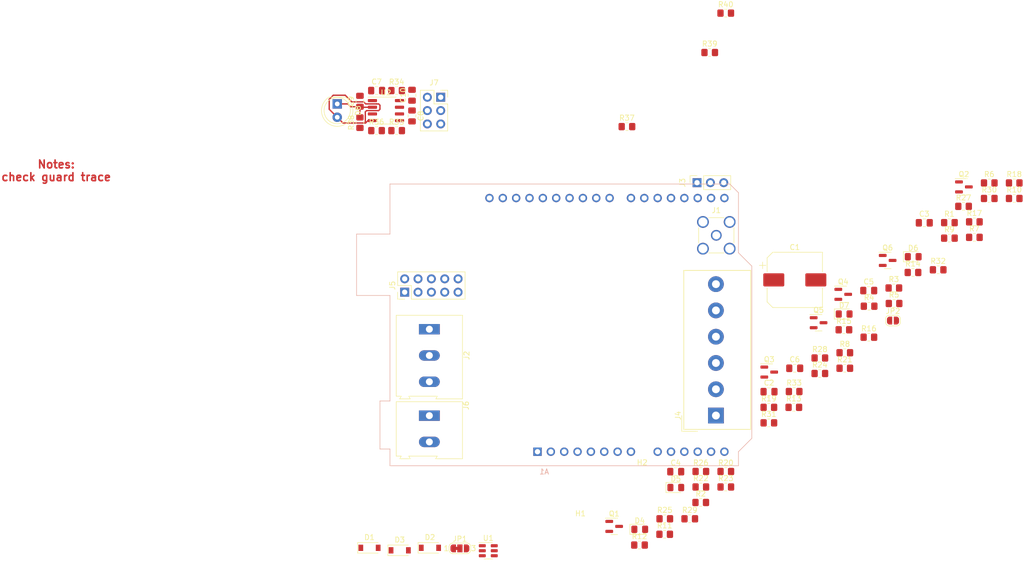
<source format=kicad_pcb>
(kicad_pcb (version 20211014) (generator pcbnew)
  (layers (0 "F.Cu" signal) (31 "B.Cu" signal) (34 "B.Paste" user) (35 "F.Paste" user) (36 "B.SilkS" user "B.Silkscreen") (37 "F.SilkS" user "F.Silkscreen") (38 "B.Mask" user) (39 "F.Mask" user) (44 "Edge.Cuts" user))
  (net 0 "")
  (net 4 "+3V3")
  (net 5 "+5V")
  (net 6 "GND")
  (net 8 "/D_VOUT")
  (net 9 "/D_MON_LV")
  (net 10 "/LED2")
  (net 11 "/LED1")
  (net 14 "/RX")
  (net 15 "/TX")
  (net 16 "/TRG")
  (net 17 "/ESTOP")
  (net 18 "/D_uC_EN")
  (net 20 "Net-(A1-Pad21)")
  (net 21 "/PULSE")
  (net 22 "/IO1")
  (net 23 "/IO2")
  (net 24 "/IO3")
  (net 25 "/IO4")
  (net 26 "/LED3")
  (net 27 "/LED4")
  (net 29 "/SCL")
  (net 30 "/SDA")
  (net 31 "Net-(C9-Pad2)")
  (net 32 "/D_uC_EN_HV")
  (net 33 "/D_EN")
  (net 34 "Net-(D4-Pad2)")
  (net 35 "Net-(D5-Pad2)")
  (net 36 "Net-(D6-Pad2)")
  (net 37 "Net-(D7-Pad2)")
  (net 38 "Net-(R2-Pad1)")
  (net 39 "Net-(J2-Pad2)")
  (net 40 "/HV_IO4")
  (net 41 "/HV_IO3")
  (net 42 "/HV_IO2")
  (net 43 "/HV_IO1")
  (net 45 "Net-(J5-Pad2)")
  (net 47 "/TRIG")
  (net 49 "/D_MON")
  (net 50 "/D_I_SET")
  (net 51 "/DAC_OUT")
  (net 52 "Net-(R35-Pad1)")
  (net 53 "Net-(R38-Pad1)")
  (net 54 "Net-(R39-Pad1)")
  (net 55 "Net-(U2-Pad6)")
  (net 56 "Net-(C7-Pad2)")
  (net 57 "/GUARDED")
  (footprint "Resistor_SMD:R_0805_2012Metric_Pad1.20x1.40mm_HandSolder" (layer "F.Cu") (at 208.2 105.25)
    (fp_text reference "R8" (at 0 -1.65) (layer "F.SilkS"))
    (fp_text value "10k")
    (pad "1" smd roundrect (at -1 0) (size 1.2 1.4) (layers "F.Cu" "F.Paste" "F.Mask") (roundrect_rratio 0.208333) (net 4 "+3V3"))
    (pad "2" smd roundrect (at 1 0) (size 1.2 1.4) (layers "F.Cu" "F.Paste" "F.Mask") (roundrect_rratio 0.208333) (net 29 "/SCL"))
  )
  (footprint "Resistor_SMD:R_0805_2012Metric_Pad1.20x1.40mm_HandSolder" (layer "F.Cu") (at 232.85 80.35)
    (fp_text reference "R17" (at 0 -1.65) (layer "F.SilkS"))
    (fp_text value "1k")
    (pad "1" smd roundrect (at -1 0) (size 1.2 1.4) (layers "F.Cu" "F.Paste" "F.Mask") (roundrect_rratio 0.208333) (net 37 "Net-(D7-Pad2)"))
    (pad "2" smd roundrect (at 1 0) (size 1.2 1.4) (layers "F.Cu" "F.Paste" "F.Mask") (roundrect_rratio 0.208333) (net 27 "/LED4"))
  )
  (footprint "LED_SMD:LED_0805_2012Metric_Pad1.15x1.40mm_HandSolder" (layer "F.Cu") (at 221.215 86.985)
    (fp_text reference "D6" (at 0 -1.65) (layer "F.SilkS"))
    (fp_text value "TRGR'D")
    (pad "1" smd roundrect (at -1.025 0) (size 1.15 1.4) (layers "F.Cu" "F.Paste" "F.Mask") (roundrect_rratio 0.217391) (net 6 "GND"))
    (pad "2" smd roundrect (at 1.025 0) (size 1.15 1.4) (layers "F.Cu" "F.Paste" "F.Mask") (roundrect_rratio 0.217391) (net 36 "Net-(D6-Pad2)"))
  )
  (footprint "Diode_SMD:D_SOD-123" (layer "F.Cu") (at 129.27 142.37)
    (fp_text reference "D2" (at 0 -2) (layer "F.SilkS"))
    (fp_text value "1N4148")
    (pad "1" smd rect (at -1.65 0) (size 0.9 1.2) (layers "F.Cu" "F.Paste" "F.Mask") (net 32 "/D_uC_EN_HV"))
    (pad "2" smd rect (at 1.65 0) (size 0.9 1.2) (layers "F.Cu" "F.Paste" "F.Mask") (net 33 "/D_EN"))
  )
  (footprint "Capacitor_SMD:C_0805_2012Metric_Pad1.18x1.45mm_HandSolder" (layer "F.Cu") (at 125.857 56.261 90)
    (fp_text reference "C10" (at 0 -1.68 90) (layer "F.SilkS"))
    (fp_text value "100n")
    (pad "1" smd roundrect (at -1.0375 0 90) (size 1.175 1.45) (layers "F.Cu" "F.Paste" "F.Mask") (roundrect_rratio 0.212766) (net 5 "+5V"))
    (pad "2" smd roundrect (at 1.0375 0 90) (size 1.175 1.45) (layers "F.Cu" "F.Paste" "F.Mask") (roundrect_rratio 0.212766) (net 6 "GND"))
  )
  (footprint "Capacitor_SMD:C_0805_2012Metric_Pad1.18x1.45mm_HandSolder" (layer "F.Cu") (at 115.951 57.409 90)
    (fp_text reference "C9" (at 0 -1.68 90) (layer "F.SilkS"))
    (fp_text value "10p")
    (pad "1" smd roundrect (at -1.0375 0 90) (size 1.175 1.45) (layers "F.Cu" "F.Paste" "F.Mask") (roundrect_rratio 0.212766) (net 57 "/GUARDED"))
    (pad "2" smd roundrect (at 1.0375 0 90) (size 1.175 1.45) (layers "F.Cu" "F.Paste" "F.Mask") (roundrect_rratio 0.212766) (net 31 "Net-(C9-Pad2)"))
  )
  (footprint "LED_SMD:LED_0805_2012Metric_Pad1.15x1.40mm_HandSolder" (layer "F.Cu") (at 169.185 138.845)
    (fp_text reference "D4" (at 0 -1.65) (layer "F.SilkS"))
    (fp_text value "OUT_EN")
    (pad "1" smd roundrect (at -1.025 0) (size 1.15 1.4) (layers "F.Cu" "F.Paste" "F.Mask") (roundrect_rratio 0.217391) (net 6 "GND"))
    (pad "2" smd roundrect (at 1.025 0) (size 1.15 1.4) (layers "F.Cu" "F.Paste" "F.Mask") (roundrect_rratio 0.217391) (net 34 "Net-(D4-Pad2)"))
  )
  (footprint "Resistor_SMD:R_0805_2012Metric_Pad1.20x1.40mm_HandSolder" (layer "F.Cu") (at 203.45 109.2)
    (fp_text reference "R24" (at 0 -1.65) (layer "F.SilkS"))
    (fp_text value "10k")
    (pad "1" smd roundrect (at -1 0) (size 1.2 1.4) (layers "F.Cu" "F.Paste" "F.Mask") (roundrect_rratio 0.208333) (net 5 "+5V"))
    (pad "2" smd roundrect (at 1 0) (size 1.2 1.4) (layers "F.Cu" "F.Paste" "F.Mask") (roundrect_rratio 0.208333) (net 41 "/HV_IO3"))
  )
  (footprint "Jumper:SolderJumper-3_P1.3mm_Bridged12_RoundedPad1.0x1.5mm_NumberLabels" (layer "F.Cu") (at 134.97 142.47)
    (fp_text reference "JP1" (at 0 -1.8) (layer "F.SilkS"))
    (fp_text value "HW E-STOP")
    (fp_text user "3" (at 2.6 0) (layer "F.SilkS"))
    (fp_text user "1" (at -2.6 0) (layer "F.SilkS"))
    (fp_poly (pts (xy -0.9 -0.3) (xy -0.4 -0.3) (xy -0.4 0.3) (xy -0.9 0.3)) (layer "F.Cu") (width 0) (fill solid))
    (pad "1" smd custom (at -1.3 0) (size 1 0.5) (layers "F.Cu" "F.Mask") (net 39 "Net-(J2-Pad2)") (options (clearance outline) (anchor rect)) (primitives (gr_poly (pts (xy 0.55 0.75) (xy 0 0.75) (xy 0 -0.75) (xy 0.55 -0.75)) (width 0) (fill yes)) (gr_circle (center 0 0.25) (end 0.5 0.25) (width 0) (fill yes)) (gr_circle (center 0 -0.25) (end 0.5 -0.25) (width 0) (fill yes))))
    (pad "2" smd rect (at 0 0) (size 1 1.5) (layers "F.Cu" "F.Mask") (net 33 "/D_EN"))
    (pad "3" smd custom (at 1.3 0) (size 1 0.5) (layers "F.Cu" "F.Mask") (net 32 "/D_uC_EN_HV") (options (clearance outline) (anchor rect)) (primitives (gr_circle (center 0 0.25) (end 0.5 0.25) (width 0) (fill yes)) (gr_circle (center 0 -0.25) (end 0.5 -0.25) (width 0) (fill yes)) (gr_poly (pts (xy 0 0.75) (xy -0.55 0.75) (xy -0.55 -0.75) (xy 0 -0.75)) (width 0) (fill yes))))
  )
  (footprint "Resistor_SMD:R_0805_2012Metric_Pad1.20x1.40mm_HandSolder" (layer "F.Cu") (at 208.2 108.2)
    (fp_text reference "R21" (at 0 -1.65) (layer "F.SilkS"))
    (fp_text value "10k")
    (pad "1" smd roundrect (at -1 0) (size 1.2 1.4) (layers "F.Cu" "F.Paste" "F.Mask") (roundrect_rratio 0.208333) (net 5 "+5V"))
    (pad "2" smd roundrect (at 1 0) (size 1.2 1.4) (layers "F.Cu" "F.Paste" "F.Mask") (roundrect_rratio 0.208333) (net 42 "/HV_IO2"))
  )
  (footprint "Resistor_SMD:R_0805_2012Metric_Pad1.20x1.40mm_HandSolder" (layer "F.Cu") (at 228.1 80.5)
    (fp_text reference "R1" (at 0 -1.65) (layer "F.SilkS"))
    (fp_text value "10k")
    (pad "1" smd roundrect (at -1 0) (size 1.2 1.4) (layers "F.Cu" "F.Paste" "F.Mask") (roundrect_rratio 0.208333) (net 5 "+5V"))
    (pad "2" smd roundrect (at 1 0) (size 1.2 1.4) (layers "F.Cu" "F.Paste" "F.Mask") (roundrect_rratio 0.208333) (net 39 "Net-(J2-Pad2)"))
  )
  (footprint "Resistor_SMD:R_0805_2012Metric_Pad1.20x1.40mm_HandSolder" (layer "F.Cu") (at 169.14 141.84)
    (fp_text reference "R12" (at 0 -1.65) (layer "F.SilkS"))
    (fp_text value "1k")
    (pad "1" smd roundrect (at -1 0) (size 1.2 1.4) (layers "F.Cu" "F.Paste" "F.Mask") (roundrect_rratio 0.208333) (net 50 "/D_I_SET"))
    (pad "2" smd roundrect (at 1 0) (size 1.2 1.4) (layers "F.Cu" "F.Paste" "F.Mask") (roundrect_rratio 0.208333) (net 51 "/DAC_OUT"))
  )
  (footprint "Resistor_SMD:R_0805_2012Metric_Pad1.20x1.40mm_HandSolder" (layer "F.Cu") (at 180.79 133.74)
    (fp_text reference "R2" (at 0 -1.65) (layer "F.SilkS"))
    (fp_text value "50")
    (pad "1" smd roundrect (at -1 0) (size 1.2 1.4) (layers "F.Cu" "F.Paste" "F.Mask") (roundrect_rratio 0.208333) (net 38 "Net-(R2-Pad1)"))
    (pad "2" smd roundrect (at 1 0) (size 1.2 1.4) (layers "F.Cu" "F.Paste" "F.Mask") (roundrect_rratio 0.208333) (net 6 "GND"))
  )
  (footprint "LED_SMD:LED_0805_2012Metric_Pad1.15x1.40mm_HandSolder" (layer "F.Cu") (at 208.075 97.885)
    (fp_text reference "D7" (at 0 -1.65) (layer "F.SilkS"))
    (fp_text value "LED")
    (pad "1" smd roundrect (at -1.025 0) (size 1.15 1.4) (layers "F.Cu" "F.Paste" "F.Mask") (roundrect_rratio 0.217391) (net 6 "GND"))
    (pad "2" smd roundrect (at 1.025 0) (size 1.15 1.4) (layers "F.Cu" "F.Paste" "F.Mask") (roundrect_rratio 0.217391) (net 37 "Net-(D7-Pad2)"))
  )
  (footprint "Resistor_SMD:R_0805_2012Metric_Pad1.20x1.40mm_HandSolder" (layer "F.Cu") (at 182.499 48.133)
    (fp_text reference "R39" (at 0 -1.65) (layer "F.SilkS"))
    (fp_text value "10k")
    (pad "1" smd roundrect (at -1 0) (size 1.2 1.4) (layers "F.Cu" "F.Paste" "F.Mask") (roundrect_rratio 0.208333) (net 54 "Net-(R39-Pad1)"))
    (pad "2" smd roundrect (at 1 0) (size 1.2 1.4) (layers "F.Cu" "F.Paste" "F.Mask") (roundrect_rratio 0.208333) (net 53 "Net-(R38-Pad1)"))
  )
  (footprint "Resistor_SMD:R_0805_2012Metric_Pad1.20x1.40mm_HandSolder" (layer "F.Cu") (at 221.17 89.98)
    (fp_text reference "R14" (at 0 -1.65) (layer "F.SilkS"))
    (fp_text value "1k")
    (pad "1" smd roundrect (at -1 0) (size 1.2 1.4) (layers "F.Cu" "F.Paste" "F.Mask") (roundrect_rratio 0.208333) (net 34 "Net-(D4-Pad2)"))
    (pad "2" smd roundrect (at 1 0) (size 1.2 1.4) (layers "F.Cu" "F.Paste" "F.Mask") (roundrect_rratio 0.208333) (net 11 "/LED1"))
  )
  (footprint "Resistor_SMD:R_0805_2012Metric_Pad1.20x1.40mm_HandSolder" (layer "F.Cu") (at 198.56 112.63)
    (fp_text reference "R33" (at 0 -1.65) (layer "F.SilkS"))
    (fp_text value "N.P.")
    (pad "1" smd roundrect (at -1 0) (size 1.2 1.4) (layers "F.Cu" "F.Paste" "F.Mask") (roundrect_rratio 0.208333) (net 5 "+5V"))
    (pad "2" smd roundrect (at 1 0) (size 1.2 1.4) (layers "F.Cu" "F.Paste" "F.Mask") (roundrect_rratio 0.208333) (net 45 "Net-(J5-Pad2)"))
  )
  (footprint "Connector_Coaxial:SMA_Amphenol_901-144_Vertical" (layer "F.Cu") (at 183.75 82.91)
    (fp_text reference "J1" (at 0 -4.75) (layer "F.SilkS"))
    (fp_text value "TRG")
    (pad "1" thru_hole circle (at 0 0) (size 2.05 2.05) (drill 1.5) (layers *.Cu *.Mask) (net 38 "Net-(R2-Pad1)"))
    (pad "2" thru_hole circle (at -2.54 -2.54) (size 2.25 2.25) (drill 1.7) (layers *.Cu *.Mask) (net 6 "GND"))
    (pad "2" thru_hole circle (at 2.54 -2.54) (size 2.25 2.25) (drill 1.7) (layers *.Cu *.Mask) (net 6 "GND"))
    (pad "2" thru_hole circle (at -2.54 2.54) (size 2.25 2.25) (drill 1.7) (layers *.Cu *.Mask) (net 6 "GND"))
    (pad "2" thru_hole circle (at 2.54 2.54) (size 2.25 2.25) (drill 1.7) (layers *.Cu *.Mask) (net 6 "GND"))
  )
  (footprint "Connector_PinHeader_2.54mm:PinHeader_2x05_P2.54mm_Vertical" (layer "F.Cu") (at 124.465 93.731 90)
    (fp_text reference "J5" (at 1.27 -2.33 90) (layer "F.SilkS"))
    (fp_text value "LDP-C BOB")
    (pad "1" thru_hole rect (at 0 0 90) (size 1.7 1.7) (drill 1) (layers *.Cu *.Mask))
    (pad "2" thru_hole oval (at 2.54 0 90) (size 1.7 1.7) (drill 1) (layers *.Cu *.Mask) (net 45 "Net-(J5-Pad2)"))
    (pad "3" thru_hole oval (at 0 2.54 90) (size 1.7 1.7) (drill 1) (layers *.Cu *.Mask) (net 6 "GND"))
    (pad "4" thru_hole oval (at 2.54 2.54 90) (size 1.7 1.7) (drill 1) (layers *.Cu *.Mask))
    (pad "5" thru_hole oval (at 0 5.08 90) (size 1.7 1.7) (drill 1) (layers *.Cu *.Mask) (net 6 "GND"))
    (pad "6" thru_hole oval (at 2.54 5.08 90) (size 1.7 1.7) (drill 1) (layers *.Cu *.Mask) (net 47 "/TRIG"))
    (pad "7" thru_hole oval (at 0 7.62 90) (size 1.7 1.7) (drill 1) (layers *.Cu *.Mask) (net 33 "/D_EN"))
    (pad "8" thru_hole oval (at 2.54 7.62 90) (size 1.7 1.7) (drill 1) (layers *.Cu *.Mask))
    (pad "9" thru_hole oval (at 0 10.16 90) (size 1.7 1.7) (drill 1) (layers *.Cu *.Mask) (net 49 "/D_MON"))
    (pad "10" thru_hole oval (at 2.54 10.16 90) (size 1.7 1.7) (drill 1) (layers *.Cu *.Mask) (net 50 "/D_I_SET"))
  )
  (footprint "LED_THT:LED_D5.0mm_IRGrey" (layer "F.Cu") (at 111.633 57.912 -90)
    (fp_text reference "D8" (at 1.27 -3.96 90) (layer "F.SilkS"))
    (fp_text value "SFH 213")
    (pad "1" thru_hole rect (at 0 0 270) (size 1.8 1.8) (drill 0.9) (layers *.Cu *.Mask) (net 57 "/GUARDED"))
    (pad "2" thru_hole circle (at 2.54 0 270) (size 1.8 1.8) (drill 0.9) (layers *.Cu *.Mask) (net 6 "GND"))
  )
  (footprint "Resistor_SMD:R_0805_2012Metric_Pad1.20x1.40mm_HandSolder" (layer "F.Cu") (at 235.68 75.9)
    (fp_text reference "R30" (at 0 -1.65) (layer "F.SilkS"))
    (fp_text value "10k")
    (pad "1" smd roundrect (at -1 0) (size 1.2 1.4) (layers "F.Cu" "F.Paste" "F.Mask") (roundrect_rratio 0.208333) (net 5 "+5V"))
    (pad "2" smd roundrect (at 1 0) (size 1.2 1.4) (layers "F.Cu" "F.Paste" "F.Mask") (roundrect_rratio 0.208333) (net 47 "/TRIG"))
  )
  (footprint "Resistor_SMD:R_0805_2012Metric_Pad1.20x1.40mm_HandSolder" (layer "F.Cu") (at 173.95 136.84)
    (fp_text reference "R25" (at 0 -1.65) (layer "F.SilkS"))
    (fp_text value "10k")
    (pad "1" smd roundrect (at -1 0) (size 1.2 1.4) (layers "F.Cu" "F.Paste" "F.Mask") (roundrect_rratio 0.208333) (net 4 "+3V3"))
    (pad "2" smd roundrect (at 1 0) (size 1.2 1.4) (layers "F.Cu" "F.Paste" "F.Mask") (roundrect_rratio 0.208333) (net 24 "/IO3"))
  )
  (footprint "Resistor_SMD:R_0805_2012Metric_Pad1.20x1.40mm_HandSolder" (layer "F.Cu") (at 198.5 115.64)
    (fp_text reference "R13" (at 0 -1.65) (layer "F.SilkS"))
    (fp_text value "1k")
    (pad "1" smd roundrect (at -1 0) (size 1.2 1.4) (layers "F.Cu" "F.Paste" "F.Mask") (roundrect_rratio 0.208333) (net 6 "GND"))
    (pad "2" smd roundrect (at 1 0) (size 1.2 1.4) (layers "F.Cu" "F.Paste" "F.Mask") (roundrect_rratio 0.208333) (net 50 "/D_I_SET"))
  )
  (footprint "Diode_SMD:D_SOD-123" (layer "F.Cu") (at 123.52 142.84)
    (fp_text reference "D3" (at 0 -2) (layer "F.SilkS"))
    (fp_text value "1N4148")
    (pad "1" smd rect (at -1.65 0) (size 0.9 1.2) (layers "F.Cu" "F.Paste" "F.Mask") (net 4 "+3V3"))
    (pad "2" smd rect (at 1.65 0) (size 0.9 1.2) (layers "F.Cu" "F.Paste" "F.Mask") (net 17 "/ESTOP"))
  )
  (footprint "TerminalBlock:TerminalBlock_Altech_AK300-3_P5.00mm" (layer "F.Cu") (at 129.159 100.775 -90)
    (fp_text reference "J2" (at 5 -7.1 90) (layer "F.SilkS"))
    (fp_text value "E-STOP")
    (pad "1" thru_hole rect (at 0 0 270) (size 1.98 3.96) (drill 1.32) (layers *.Cu *.Mask) (net 6 "GND"))
    (pad "2" thru_hole oval (at 5 0 270) (size 1.98 3.96) (drill 1.32) (layers *.Cu *.Mask) (net 39 "Net-(J2-Pad2)"))
    (pad "3" thru_hole oval (at 10 0 270) (size 1.98 3.96) (drill 1.32) (layers *.Cu *.Mask) (net 5 "+5V"))
  )
  (footprint "MountingHole:MountingHole_3.2mm_M3" (layer "F.Cu") (at 157.9 140.04)
    (fp_text reference "H1" (at 0 -4.2) (layer "F.SilkS"))
    (fp_text value "MountingHole")
    (pad "" np_thru_hole circle (at 0 0) (size 3.2 3.2) (drill 3.2) (layers *.Cu *.Mask))
  )
  (footprint "Resistor_SMD:R_0805_2012Metric_Pad1.20x1.40mm_HandSolder" (layer "F.Cu") (at 212.82 96.4)
    (fp_text reference "R4" (at 0 -1.65) (layer "F.SilkS"))
    (fp_text value "1k")
    (pad "1" smd roundrect (at -1 0) (size 1.2 1.4) (layers "F.Cu" "F.Paste" "F.Mask") (roundrect_rratio 0.208333) (net 39 "Net-(J2-Pad2)"))
    (pad "2" smd roundrect (at 1 0) (size 1.2 1.4) (layers "F.Cu" "F.Paste" "F.Mask") (roundrect_rratio 0.208333) (net 17 "/ESTOP"))
  )
  (footprint "Package_TO_SOT_SMD:SOT-23" (layer "F.Cu") (at 230.86 73.7)
    (fp_text reference "Q2" (at 0 -2.4) (layer "F.SilkS"))
    (fp_text value "BSS138")
    (pad "1" smd roundrect (at -0.9375 -0.95) (size 1.475 0.6) (layers "F.Cu" "F.Paste" "F.Mask") (net 4 "+3V3"))
    (pad "2" smd roundrect (at -0.9375 0.95) (size 1.475 0.6) (layers "F.Cu" "F.Paste" "F.Mask") (net 22 "/IO1"))
    (pad "3" smd roundrect (at 0.9375 0) (size 1.475 0.6) (layers "F.Cu" "F.Paste" "F.Mask") (net 43 "/HV_IO1"))
  )
  (footprint "Resistor_SMD:R_0805_2012Metric_Pad1.20x1.40mm_HandSolder" (layer "F.Cu") (at 119.11 62.992)
    (fp_text reference "R36" (at 0 -1.65) (layer "F.SilkS"))
    (fp_text value "100")
    (pad "1" smd roundrect (at -1 0) (size 1.2 1.4) (layers "F.Cu" "F.Paste" "F.Mask") (roundrect_rratio 0.208333) (net 56 "Net-(C7-Pad2)"))
    (pad "2" smd roundrect (at 1 0) (size 1.2 1.4) (layers "F.Cu" "F.Paste" "F.Mask") (roundrect_rratio 0.208333) (net 52 "Net-(R35-Pad1)"))
  )
  (footprint "Resistor_SMD:R_0805_2012Metric_Pad1.20x1.40mm_HandSolder" (layer "F.Cu") (at 178.7 136.84)
    (fp_text reference "R29" (at 0 -1.65) (layer "F.SilkS"))
    (fp_text value "N.P.")
    (pad "1" smd roundrect (at -1 0) (size 1.2 1.4) (layers "F.Cu" "F.Paste" "F.Mask") (roundrect_rratio 0.208333) (net 40 "/HV_IO4"))
    (pad "2" smd roundrect (at 1 0) (size 1.2 1.4) (layers "F.Cu" "F.Paste" "F.Mask") (roundrect_rratio 0.208333) (net 25 "/IO4"))
  )
  (footprint "Resistor_SMD:R_0805_2012Metric_Pad1.20x1.40mm_HandSolder" (layer "F.Cu") (at 115.951 61.473 90)
    (fp_text reference "R38" (at 0 -1.65 90) (layer "F.SilkS"))
    (fp_text value "10k")
    (pad "1" smd roundrect (at -1 0 90) (size 1.2 1.4) (layers "F.Cu" "F.Paste" "F.Mask") (roundrect_rratio 0.208333) (net 53 "Net-(R38-Pad1)"))
    (pad "2" smd roundrect (at 1 0 90) (size 1.2 1.4) (layers "F.Cu" "F.Paste" "F.Mask") (roundrect_rratio 0.208333) (net 57 "/GUARDED"))
  )
  (footprint "Resistor_SMD:R_0805_2012Metric_Pad1.20x1.40mm_HandSolder" (layer "F.Cu") (at 240.43 72.95)
    (fp_text reference "R18" (at 0 -1.65) (layer "F.SilkS"))
    (fp_text value "10k")
    (pad "1" smd roundrect (at -1 0) (size 1.2 1.4) (layers "F.Cu" "F.Paste" "F.Mask") (roundrect_rratio 0.208333) (net 5 "+5V"))
    (pad "2" smd roundrect (at 1 0) (size 1.2 1.4) (layers "F.Cu" "F.Paste" "F.Mask") (roundrect_rratio 0.208333) (net 43 "/HV_IO1"))
  )
  (footprint "Resistor_SMD:R_0805_2012Metric_Pad1.20x1.40mm_HandSolder" (layer "F.Cu") (at 173.93 139.79)
    (fp_text reference "R11" (at 0 -1.65) (layer "F.SilkS"))
    (fp_text value "10k")
    (pad "1" smd roundrect (at -1 0) (size 1.2 1.4) (layers "F.Cu" "F.Paste" "F.Mask") (roundrect_rratio 0.208333) (net 9 "/D_MON_LV"))
    (pad "2" smd roundrect (at 1 0) (size 1.2 1.4) (layers "F.Cu" "F.Paste" "F.Mask") (roundrect_rratio 0.208333) (net 6 "GND"))
  )
  (footprint "Resistor_SMD:R_0805_2012Metric_Pad1.20x1.40mm_HandSolder" (layer "F.Cu") (at 217.53 92.93)
    (fp_text reference "R3" (at 0 -1.65) (layer "F.SilkS"))
    (fp_text value "1k")
    (pad "1" smd roundrect (at -1 0) (size 1.2 1.4) (layers "F.Cu" "F.Paste" "F.Mask") (roundrect_rratio 0.208333) (net 38 "Net-(R2-Pad1)"))
    (pad "2" smd roundrect (at 1 0) (size 1.2 1.4) (layers "F.Cu" "F.Paste" "F.Mask") (roundrect_rratio 0.208333) (net 16 "/TRG"))
  )
  (footprint "Resistor_SMD:R_0805_2012Metric_Pad1.20x1.40mm_HandSolder" (layer "F.Cu") (at 122.936 55.372)
    (fp_text reference "R34" (at 0 -1.65) (layer "F.SilkS"))
    (fp_text value "10k")
    (pad "1" smd roundrect (at -1 0) (size 1.2 1.4) (layers "F.Cu" "F.Paste" "F.Mask") (roundrect_rratio 0.208333) (net 56 "Net-(C7-Pad2)"))
    (pad "2" smd roundrect (at 1 0) (size 1.2 1.4) (layers "F.Cu" "F.Paste" "F.Mask") (roundrect_rratio 0.208333) (net 5 "+5V"))
  )
  (footprint "Resistor_SMD:R_0805_2012Metric_Pad1.20x1.40mm_HandSolder" (layer "F.Cu") (at 193.75 118.59)
    (fp_text reference "R31" (at 0 -1.65) (layer "F.SilkS"))
    (fp_text value "10k")
    (pad "1" smd roundrect (at -1 0) (size 1.2 1.4) (layers "F.Cu" "F.Paste" "F.Mask") (roundrect_rratio 0.208333) (net 4 "+3V3"))
    (pad "2" smd roundrect (at 1 0) (size 1.2 1.4) (layers "F.Cu" "F.Paste" "F.Mask") (roundrect_rratio 0.208333) (net 21 "/PULSE"))
  )
  (footprint "Resistor_SMD:R_0805_2012Metric_Pad1.20x1.40mm_HandSolder" (layer "F.Cu") (at 232.85 83.3)
    (fp_text reference "R7" (at 0 -1.65) (layer "F.SilkS"))
    (fp_text value "10k")
    (pad "1" smd roundrect (at -1 0) (size 1.2 1.4) (layers "F.Cu" "F.Paste" "F.Mask") (roundrect_rratio 0.208333) (net 4 "+3V3"))
    (pad "2" smd roundrect (at 1 0) (size 1.2 1.4) (layers "F.Cu" "F.Paste" "F.Mask") (roundrect_rratio 0.208333) (net 18 "/D_uC_EN"))
  )
  (footprint "Package_TO_SOT_SMD:SOT-23" (layer "F.Cu") (at 193.82 108.93)
    (fp_text reference "Q3" (at 0 -2.4) (layer "F.SilkS"))
    (fp_text value "BSS138")
    (pad "1" smd roundrect (at -0.9375 -0.95) (size 1.475 0.6) (layers "F.Cu" "F.Paste" "F.Mask") (net 4 "+3V3"))
    (pad "2" smd roundrect (at -0.9375 0.95) (size 1.475 0.6) (layers "F.Cu" "F.Paste" "F.Mask") (net 23 "/IO2"))
    (pad "3" smd roundrect (at 0.9375 0) (size 1.475 0.6) (layers "F.Cu" "F.Paste" "F.Mask") (net 42 "/HV_IO2"))
  )
  (footprint "Package_TO_SOT_SMD:SOT-23" (layer "F.Cu") (at 216.35 87.69)
    (fp_text reference "Q6" (at 0 -2.4) (layer "F.SilkS"))
    (fp_text value "BSS138")
    (pad "1" smd roundrect (at -0.9375 -0.95) (size 1.475 0.6) (layers "F.Cu" "F.Paste" "F.Mask") (net 4 "+3V3"))
    (pad "2" smd roundrect (at -0.9375 0.95) (size 1.475 0.6) (layers "F.Cu" "F.Paste" "F.Mask") (net 21 "/PULSE"))
    (pad "3" smd roundrect (at 0.9375 0) (size 1.475 0.6) (layers "F.Cu" "F.Paste" "F.Mask") (net 47 "/TRIG"))
  )
  (footprint "Resistor_SMD:R_0805_2012Metric_Pad1.20x1.40mm_HandSolder" (layer "F.Cu") (at 212.78 102.3)
    (fp_text reference "R16" (at 0 -1.65) (layer "F.SilkS"))
    (fp_text value "1k")
    (pad "1" smd roundrect (at -1 0) (size 1.2 1.4) (layers "F.Cu" "F.Paste" "F.Mask") (roundrect_rratio 0.208333) (net 36 "Net-(D6-Pad2)"))
    (pad "2" smd roundrect (at 1 0) (size 1.2 1.4) (layers "F.Cu" "F.Paste" "F.Mask") (roundrect_rratio 0.208333) (net 26 "/LED3"))
  )
  (footprint "Capacitor_SMD:C_0805_2012Metric_Pad1.18x1.45mm_HandSolder" (layer "F.Cu") (at 198.67 108.21)
    (fp_text reference "C6" (at 0 -1.68) (layer "F.SilkS"))
    (fp_text value "100n")
    (pad "1" smd roundrect (at -1.0375 0) (size 1.175 1.45) (layers "F.Cu" "F.Paste" "F.Mask") (roundrect_rratio 0.212766) (net 4 "+3V3"))
    (pad "2" smd roundrect (at 1.0375 0) (size 1.175 1.45) (layers "F.Cu" "F.Paste" "F.Mask") (roundrect_rratio 0.212766) (net 6 "GND"))
  )
  (footprint "Resistor_SMD:R_0805_2012Metric_Pad1.20x1.40mm_HandSolder" (layer "F.Cu") (at 193.75 115.64)
    (fp_text reference "R19" (at 0 -1.65) (layer "F.SilkS"))
    (fp_text value "10k")
    (pad "1" smd roundrect (at -1 0) (size 1.2 1.4) (layers "F.Cu" "F.Paste" "F.Mask") (roundrect_rratio 0.208333) (net 4 "+3V3"))
    (pad "2" smd roundrect (at 1 0) (size 1.2 1.4) (layers "F.Cu" "F.Paste" "F.Mask") (roundrect_rratio 0.208333) (net 22 "/IO1"))
  )
  (footprint "Resistor_SMD:R_0805_2012Metric_Pad1.20x1.40mm_HandSolder" (layer "F.Cu") (at 185.56 127.84)
    (fp_text reference "R20" (at 0 -1.65) (layer "F.SilkS"))
    (fp_text value "N.P.")
    (pad "1" smd roundrect (at -1 0) (size 1.2 1.4) (layers "F.Cu" "F.Paste" "F.Mask") (roundrect_rratio 0.208333) (net 43 "/HV_IO1"))
    (pad "2" smd roundrect (at 1 0) (size 1.2 1.4) (layers "F.Cu" "F.Paste" "F.Mask") (roundrect_rratio 0.208333) (net 22 "/IO1"))
  )
  (footprint "Package_TO_SOT_SMD:SOT-23" (layer "F.Cu") (at 164.32 138.29)
    (fp_text reference "Q1" (at 0 -2.4) (layer "F.SilkS"))
    (fp_text value "BSS138")
    (pad "1" smd roundrect (at -0.9375 -0.95) (size 1.475 0.6) (layers "F.Cu" "F.Paste" "F.Mask") (net 4 "+3V3"))
    (pad "2" smd roundrect (at -0.9375 0.95) (size 1.475 0.6) (layers "F.Cu" "F.Paste" "F.Mask") (net 18 "/D_uC_EN"))
    (pad "3" smd roundrect (at 0.9375 0) (size 1.475 0.6) (layers "F.Cu" "F.Paste" "F.Mask") (net 32 "/D_uC_EN_HV"))
  )
  (footprint "Resistor_SMD:R_0805_2012Metric_Pad1.20x1.40mm_HandSolder" (layer "F.Cu") (at 166.751 62.23)
    (fp_text reference "R37" (at 0 -1.65) (layer "F.SilkS"))
    (fp_text value "50")
    (pad "1" smd roundrect (at -1 0) (size 1.2 1.4) (layers "F.Cu" "F.Paste" "F.Mask") (roundrect_rratio 0.208333) (net 8 "/D_VOUT"))
    (pad "2" smd roundrect (at 1 0) (size 1.2 1.4) (layers "F.Cu" "F.Paste" "F.Mask") (roundrect_rratio 0.208333) (net 31 "Net-(C9-Pad2)"))
  )
  (footprint "Resistor_SMD:R_0805_2012Metric_Pad1.20x1.40mm_HandSolder" (layer "F.Cu") (at 185.547 40.64)
    (fp_text reference "R40" (at 0 -1.65) (layer "F.SilkS"))
    (fp_text value "10k")
    (pad "1" smd roundrect (at -1 0) (size 1.2 1.4) (layers "F.Cu" "F.Paste" "F.Mask") (roundrect_rratio 0.208333) (net 31 "Net-(C9-Pad2)"))
    (pad "2" smd roundrect (at 1 0) (size 1.2 1.4) (layers "F.Cu" "F.Paste" "F.Mask") (roundrect_rratio 0.208333) (net 54 "Net-(R39-Pad1)"))
  )
  (footprint "Resistor_SMD:R_0805_2012Metric_Pad1.20x1.40mm_HandSolder" (layer "F.Cu") (at 235.68 72.95)
    (fp_text reference "R6" (at 0 -1.65) (layer "F.SilkS"))
    (fp_text value "N.P.")
    (pad "1" smd roundrect (at -1 0) (size 1.2 1.4) (layers "F.Cu" "F.Paste" "F.Mask") (roundrect_rratio 0.208333) (net 32 "/D_uC_EN_HV"))
    (pad "2" smd roundrect (at 1 0) (size 1.2 1.4) (layers "F.Cu" "F.Paste" "F.Mask") (roundrect_rratio 0.208333) (net 18 "/D_uC_EN"))
  )
  (footprint "MountingHole:MountingHole_3.2mm_M3" (layer "F.Cu") (at 169.65 130.34)
    (fp_text reference "H2" (at 0 -4.2) (layer "F.SilkS"))
    (fp_text value "MountingHole")
    (pad "" np_thru_hole circle (at 0 0) (size 3.2 3.2) (drill 3.2) (layers *.Cu *.Mask))
  )
  (footprint "Resistor_SMD:R_0805_2012Metric_Pad1.20x1.40mm_HandSolder" (layer "F.Cu") (at 225.96 89.47)
    (fp_text reference "R32" (at 0 -1.65) (layer "F.SilkS"))
    (fp_text value "N.P.")
    (pad "1" smd roundrect (at -1 0) (size 1.2 1.4) (layers "F.Cu" "F.Paste" "F.Mask") (roundrect_rratio 0.208333) (net 47 "/TRIG"))
    (pad "2" smd roundrect (at 1 0) (size 1.2 1.4) (layers "F.Cu" "F.Paste" "F.Mask") (roundrect_rratio 0.208333) (net 21 "/PULSE"))
  )
  (footprint "Diode_SMD:D_SOD-123" (layer "F.Cu") (at 117.77 142.37)
    (fp_text reference "D1" (at 0 -2) (layer "F.SilkS"))
    (fp_text value "1N4148")
    (pad "1" smd rect (at -1.65 0) (size 0.9 1.2) (layers "F.Cu" "F.Paste" "F.Mask") (net 4 "+3V3"))
    (pad "2" smd rect (at 1.65 0) (size 0.9 1.2) (layers "F.Cu" "F.Paste" "F.Mask") (net 16 "/TRG"))
  )
  (footprint "Connector_PinSocket_2.54mm:PinSocket_1x03_P2.54mm_Vertical" (layer "F.Cu") (at 180.086 72.898 90)
    (fp_text reference "J3" (at 0 -2.77 90) (layer "F.SilkS"))
    (fp_text value "UART")
    (pad "1" thru_hole rect (at 0 0 90) (size 1.7 1.7) (drill 1) (layers *.Cu *.Mask) (net 6 "GND"))
    (pad "2" thru_hole oval (at 0 2.54 90) (size 1.7 1.7) (drill 1) (layers *.Cu *.Mask) (net 15 "/TX"))
    (pad "3" thru_hole oval (at 0 5.08 90) (size 1.7 1.7) (drill 1) (layers *.Cu *.Mask) (net 14 "/RX"))
  )
  (footprint "Resistor_SMD:R_0805_2012Metric_Pad1.20x1.40mm_HandSolder" (layer "F.Cu") (at 240.43 75.9)
    (fp_text reference "R10" (at 0 -1.65) (layer "F.SilkS"))
    (fp_text value "10k")
    (pad "1" smd roundrect (at -1 0) (size 1.2 1.4) (layers "F.Cu" "F.Paste" "F.Mask") (roundrect_rratio 0.208333) (net 49 "/D_MON"))
    (pad "2" smd roundrect (at 1 0) (size 1.2 1.4) (layers "F.Cu" "F.Paste" "F.Mask") (roundrect_rratio 0.208333) (net 9 "/D_MON_LV"))
  )
  (footprint "Package_TO_SOT_SMD:SOT-23-6" (layer "F.Cu") (at 140.37 142.92)
    (fp_text reference "U1" (at 0 -2.4) (layer "F.SilkS"))
    (fp_text value "MCP4725xxx-xCH")
    (pad "1" smd roundrect (at -1.1375 -0.95) (size 1.325 0.6) (layers "F.Cu" "F.Paste" "F.Mask") (net 51 "/DAC_OUT"))
    (pad "2" smd roundrect (at -1.1375 0) (size 1.325 0.6) (layers "F.Cu" "F.Paste" "F.Mask") (net 6 "GND"))
    (pad "3" smd roundrect (at -1.1375 0.95) (size 1.325 0.6) (layers "F.Cu" "F.Paste" "F.Mask") (net 4 "+3V3"))
    (pad "4" smd roundrect (at 1.1375 0.95) (size 1.325 0.6) (layers "F.Cu" "F.Paste" "F.Mask") (net 30 "/SDA"))
    (pad "5" smd roundrect (at 1.1375 0) (size 1.325 0.6) (layers "F.Cu" "F.Paste" "F.Mask") (net 29 "/SCL"))
    (pad "6" smd roundrect (at 1.1375 -0.95) (size 1.325 0.6) (layers "F.Cu" "F.Paste" "F.Mask") (net 6 "GND"))
  )
  (footprint "Resistor_SMD:R_0805_2012Metric_Pad1.20x1.40mm_HandSolder" (layer "F.Cu") (at 228.1 83.45)
    (fp_text reference "R9" (at 0 -1.65) (layer "F.SilkS"))
    (fp_text value "10k")
    (pad "1" smd roundrect (at -1 0) (size 1.2 1.4) (layers "F.Cu" "F.Paste" "F.Mask") (roundrect_rratio 0.208333) (net 4 "+3V3"))
    (pad "2" smd roundrect (at 1 0) (size 1.2 1.4) (layers "F.Cu" "F.Paste" "F.Mask") (roundrect_rratio 0.208333) (net 30 "/SDA"))
  )
  (footprint "Capacitor_SMD:CP_Elec_10x10" (layer "F.Cu") (at 198.685 91.39)
    (fp_text reference "C1" (at 0 -6.2) (layer "F.SilkS"))
    (fp_text value "1000u")
    (pad "1" smd roundrect (at -4 0) (size 4 2.5) (layers "F.Cu" "F.Paste" "F.Mask") (roundrect_rratio 0.1) (net 5 "+5V"))
    (pad "2" smd roundrect (at 4 0) (size 4 2.5) (layers "F.Cu" "F.Paste" "F.Mask") (roundrect_rratio 0.1) (net 6 "GND"))
  )
  (footprint "TerminalBlock:TerminalBlock_Altech_AK300-2_P5.00mm" (layer "F.Cu") (at 129.159 117.22 -90)
    (fp_text reference "J6" (at -1.92 -6.99 90) (layer "F.SilkS"))
    (fp_text value "VIN")
    (pad "1" thru_hole rect (at 0 0 270) (size 1.98 3.96) (drill 1.32) (layers *.Cu *.Mask) (net 6 "GND"))
    (pad "2" thru_hole oval (at 5 0 270) (size 1.98 3.96) (drill 1.32) (layers *.Cu *.Mask) (net 5 "+5V"))
  )
  (footprint "Capacitor_SMD:C_0805_2012Metric_Pad1.18x1.45mm_HandSolder" (layer "F.Cu") (at 193.78 112.66)
    (fp_text reference "C2" (at 0 -1.68) (layer "F.SilkS"))
    (fp_text value "10u")
    (pad "1" smd roundrect (at -1.0375 0) (size 1.175 1.45) (layers "F.Cu" "F.Paste" "F.Mask") (roundrect_rratio 0.212766) (net 5 "+5V"))
    (pad "2" smd roundrect (at 1.0375 0) (size 1.175 1.45) (layers "F.Cu" "F.Paste" "F.Mask") (roundrect_rratio 0.212766) (net 6 "GND"))
  )
  (footprint "Jumper:SolderJumper-2_P1.3mm_Open_RoundedPad1.0x1.5mm" (layer "F.Cu") (at 217.37 99.13)
    (fp_text reference "JP2" (at 0 -1.8) (layer "F.SilkS"))
    (fp_text value "INTR")
    (pad "1" smd custom (at -0.65 0) (size 1 0.5) (layers "F.Cu" "F.Mask") (net 21 "/PULSE") (options (clearance outline) (anchor rect)) (primitives (gr_circle (center 0 0.25) (end 0.5 0.25) (width 0) (fill yes)) (gr_circle (center 0 -0.25) (end 0.5 -0.25) (width 0) (fill yes)) (gr_poly (pts (xy 0.5 0.75) (xy 0 0.75) (xy 0 -0.75) (xy 0.5 -0.75)) (width 0) (fill yes))))
    (pad "2" smd custom (at 0.65 0) (size 1 0.5) (layers "F.Cu" "F.Mask") (net 20 "Net-(A1-Pad21)") (options (clearance outline) (anchor rect)) (primitives (gr_circle (center 0 0.25) (end 0.5 0.25) (width 0) (fill yes)) (gr_circle (center 0 -0.25) (end 0.5 -0.25) (width 0) (fill yes)) (gr_poly (pts (xy 0 0.75) (xy -0.5 0.75) (xy -0.5 -0.75) (xy 0 -0.75)) (width 0) (fill yes))))
  )
  (footprint "Resistor_SMD:R_0805_2012Metric_Pad1.20x1.40mm_HandSolder" (layer "F.Cu") (at 122.936 62.992)
    (fp_text reference "R35" (at 0 -1.65) (layer "F.SilkS"))
    (fp_text value "100")
    (pad "1" smd roundrect (at -1 0) (size 1.2 1.4) (layers "F.Cu" "F.Paste" "F.Mask") (roundrect_rratio 0.208333) (net 52 "Net-(R35-Pad1)"))
    (pad "2" smd roundrect (at 1 0) (size 1.2 1.4) (layers "F.Cu" "F.Paste" "F.Mask") (roundrect_rratio 0.208333) (net 6 "GND"))
  )
  (footprint "Resistor_SMD:R_0805_2012Metric_Pad1.20x1.40mm_HandSolder" (layer "F.Cu") (at 217.57 95.88)
    (fp_text reference "R5" (at 0 -1.65) (layer "F.SilkS"))
    (fp_text value "10k")
    (pad "1" smd roundrect (at -1 0) (size 1.2 1.4) (layers "F.Cu" "F.Paste" "F.Mask") (roundrect_rratio 0.208333) (net 5 "+5V"))
    (pad "2" smd roundrect (at 1 0) (size 1.2 1.4) (layers "F.Cu" "F.Paste" "F.Mask") (roundrect_rratio 0.208333) (net 32 "/D_uC_EN_HV"))
  )
  (footprint "Resistor_SMD:R_0805_2012Metric_Pad1.20x1.40mm_HandSolder" (layer "F.Cu") (at 208.03 100.88)
    (fp_text reference "R15" (at 0 -1.65) (layer "F.SilkS"))
    (fp_text value "1k")
    (pad "1" smd roundrect (at -1 0) (size 1.2 1.4) (layers "F.Cu" "F.Paste" "F.Mask") (roundrect_rratio 0.208333) (net 35 "Net-(D5-Pad2)"))
    (pad "2" smd roundrect (at 1 0) (size 1.2 1.4) (layers "F.Cu" "F.Paste" "F.Mask") (roundrect_rratio 0.208333) (net 10 "/LED2"))
  )
  (footprint "Connector_PinSocket_2.54mm:PinSocket_2x03_P2.54mm_Vertical" (layer "F.Cu") (at 131.318 56.642)
    (fp_text reference "J7" (at -1.27 -2.77) (layer "F.SilkS"))
    (fp_text value "BREAK")
    (pad "1" thru_hole rect (at 0 0) (size 1.7 1.7) (drill 1) (layers *.Cu *.Mask) (net 5 "+5V"))
    (pad "2" thru_hole oval (at -2.54 0) (size 1.7 1.7) (drill 1) (layers *.Cu *.Mask) (net 5 "+5V"))
    (pad "3" thru_hole oval (at 0 2.54) (size 1.7 1.7) (drill 1) (layers *.Cu *.Mask) (net 8 "/D_VOUT"))
    (pad "4" thru_hole oval (at -2.54 2.54) (size 1.7 1.7) (drill 1) (layers *.Cu *.Mask) (net 8 "/D_VOUT"))
    (pad "5" thru_hole oval (at 0 5.08) (size 1.7 1.7) (drill 1) (layers *.Cu *.Mask) (net 6 "GND"))
    (pad "6" thru_hole oval (at -2.54 5.08) (size 1.7 1.7) (drill 1) (layers *.Cu *.Mask) (net 6 "GND"))
  )
  (footprint "Capacitor_SMD:C_0805_2012Metric_Pad1.18x1.45mm_HandSolder" (layer "F.Cu") (at 119.126 55.372)
    (fp_text reference "C7" (at 0 -1.68) (layer "F.SilkS"))
    (fp_text value "100n")
    (pad "1" smd roundrect (at -1.0375 0) (size 1.175 1.45) (layers "F.Cu" "F.Paste" "F.Mask") (roundrect_rratio 0.212766) (net 6 "GND"))
    (pad "2" smd roundrect (at 1.0375 0) (size 1.175 1.45) (layers "F.Cu" "F.Paste" "F.Mask") (roundrect_rratio 0.212766) (net 56 "Net-(C7-Pad2)"))
  )
  (footprint "Package_TO_SOT_SMD:SOT-23" (layer "F.Cu") (at 203.21 99.54)
    (fp_text reference "Q5" (at 0 -2.4) (layer "F.SilkS"))
    (fp_text value "BSS138")
    (pad "1" smd roundrect (at -0.9375 -0.95) (size 1.475 0.6) (layers "F.Cu" "F.Paste" "F.Mask") (net 4 "+3V3"))
    (pad "2" smd roundrect (at -0.9375 0.95) (size 1.475 0.6) (layers "F.Cu" "F.Paste" "F.Mask") (net 25 "/IO4"))
    (pad "3" smd roundrect (at 0.9375 0) (size 1.475 0.6) (layers "F.Cu" "F.Paste" "F.Mask") (net 40 "/HV_IO4"))
  )
  (footprint "Capacitor_SMD:C_0805_2012Metric_Pad1.18x1.45mm_HandSolder" (layer "F.Cu") (at 176.03 127.87)
    (fp_text reference "C4" (at 0 -1.68) (layer "F.SilkS"))
    (fp_text value "100n")
    (pad "1" smd roundrect (at -1.0375 0) (size 1.175 1.45) (layers "F.Cu" "F.Paste" "F.Mask") (roundrect_rratio 0.212766) (net 5 "+5V"))
    (pad "2" smd roundrect (at 1.0375 0) (size 1.175 1.45) (layers "F.Cu" "F.Paste" "F.Mask") (roundrect_rratio 0.212766) (net 6 "GND"))
  )
  (footprint "Capacitor_SMD:C_0805_2012Metric_Pad1.18x1.45mm_HandSolder" (layer "F.Cu") (at 125.857 60.198 -90)
    (fp_text reference "C8" (at 0 -1.68 90) (layer "F.SilkS"))
    (fp_text value "10u")
    (pad "1" smd roundrect (at -1.0375 0 270) (size 1.175 1.45) (layers "F.Cu" "F.Paste" "F.Mask") (roundrect_rratio 0.212766) (net 5 "+5V"))
    (pad "2" smd roundrect (at 1.0375 0 270) (size 1.175 1.45) (layers "F.Cu" "F.Paste" "F.Mask") (roundrect_rratio 0.212766) (net 6 "GND"))
  )
  (footprint "Capacitor_SMD:C_0805_2012Metric_Pad1.18x1.45mm_HandSolder" (layer "F.Cu") (at 223.32 80.53)
    (fp_text reference "C3" (at 0 -1.68) (layer "F.SilkS"))
    (fp_text value "10u")
    (pad "1" smd roundrect (at -1.0375 0) (size 1.175 1.45) (layers "F.Cu" "F.Paste" "F.Mask") (roundrect_rratio 0.212766) (net 5 "+5V"))
    (pad "2" smd roundrect (at 1.0375 0) (size 1.175 1.45) (layers "F.Cu" "F.Paste" "F.Mask") (roundrect_rratio 0.212766) (net 6 "GND"))
  )
  (footprint "Resistor_SMD:R_0805_2012Metric_Pad1.20x1.40mm_HandSolder" (layer "F.Cu") (at 185.56 130.79)
    (fp_text reference "R23" (at 0 -1.65) (layer "F.SilkS"))
    (fp_text value "N.P.")
    (pad "1" smd roundrect (at -1 0) (size 1.2 1.4) (layers "F.Cu" "F.Paste" "F.Mask") (roundrect_rratio 0.208333) (net 42 "/HV_IO2"))
    (pad "2" smd roundrect (at 1 0) (size 1.2 1.4) (layers "F.Cu" "F.Paste" "F.Mask") (roundrect_rratio 0.208333) (net 23 "/IO2"))
  )
  (footprint "Resistor_SMD:R_0805_2012Metric_Pad1.20x1.40mm_HandSolder" (layer "F.Cu") (at 180.81 130.79)
    (fp_text reference "R22" (at 0 -1.65) (layer "F.SilkS"))
    (fp_text value "10k")
    (pad "1" smd roundrect (at -1 0) (size 1.2 1.4) (layers "F.Cu" "F.Paste" "F.Mask") (roundrect_rratio 0.208333) (net 4 "+3V3"))
    (pad "2" smd roundrect (at 1 0) (size 1.2 1.4) (layers "F.Cu" "F.Paste" "F.Mask") (roundrect_rratio 0.208333) (net 23 "/IO2"))
  )
  (footprint "Resistor_SMD:R_0805_2012Metric_Pad1.20x1.40mm_HandSolder" (layer "F.Cu") (at 203.45 106.25)
    (fp_text reference "R28" (at 0 -1.65) (layer "F.SilkS"))
    (fp_text value "10k")
    (pad "1" smd roundrect (at -1 0) (size 1.2 1.4) (layers "F.Cu" "F.Paste" "F.Mask") (roundrect_rratio 0.208333) (net 4 "+3V3"))
    (pad "2" smd roundrect (at 1 0) (size 1.2 1.4) (layers "F.Cu" "F.Paste" "F.Mask") (roundrect_rratio 0.208333) (net 25 "/IO4"))
  )
  (footprint "Capacitor_SMD:C_0805_2012Metric_Pad1.18x1.45mm_HandSolder" (layer "F.Cu") (at 212.75 93.42)
    (fp_text reference "C5" (at 0 -1.68) (layer "F.SilkS"))
    (fp_text value "10u")
    (pad "1" smd roundrect (at -1.0375 0) (size 1.175 1.45) (layers "F.Cu" "F.Paste" "F.Mask") (roundrect_rratio 0.212766) (net 4 "+3V3"))
    (pad "2" smd roundrect (at 1.0375 0) (size 1.175 1.45) (layers "F.Cu" "F.Paste" "F.Mask") (roundrect_rratio 0.212766) (net 6 "GND"))
  )
  (footprint "Package_TO_SOT_SMD:SOT-23" (layer "F.Cu") (at 207.9 94.14)
    (fp_text reference "Q4" (at 0 -2.4) (layer "F.SilkS"))
    (fp_text value "BSS138")
    (pad "1" smd roundrect (at -0.9375 -0.95) (size 1.475 0.6) (layers "F.Cu" "F.Paste" "F.Mask") (net 4 "+3V3"))
    (pad "2" smd roundrect (at -0.9375 0.95) (size 1.475 0.6) (layers "F.Cu" "F.Paste" "F.Mask") (net 24 "/IO3"))
    (pad "3" smd roundrect (at 0.9375 0) (size 1.475 0.6) (layers "F.Cu" "F.Paste" "F.Mask") (net 41 "/HV_IO3"))
  )
  (footprint "TerminalBlock_Altech:Altech_AK300_1x06_P5.00mm_45-Degree" (layer "F.Cu") (at 183.68 117.2 90)
    (fp_text reference "J4" (at 0 -7.2 90) (layer "F.SilkS"))
    (fp_text value "IO")
    (pad "1" thru_hole rect (at 0 0 90) (size 3 3) (drill 1.5) (layers *.Cu *.Mask) (net 6 "GND"))
    (pad "2" thru_hole circle (at 5 0 90) (size 3 3) (drill 1.5) (layers *.Cu *.Mask) (net 40 "/HV_IO4"))
    (pad "3" thru_hole circle (at 10 0 90) (size 3 3) (drill 1.5) (layers *.Cu *.Mask) (net 41 "/HV_IO3"))
    (pad "4" thru_hole circle (at 15 0 90) (size 3 3) (drill 1.5) (layers *.Cu *.Mask) (net 42 "/HV_IO2"))
    (pad "5" thru_hole circle (at 20 0 90) (size 3 3) (drill 1.5) (layers *.Cu *.Mask) (net 43 "/HV_IO1"))
    (pad "6" thru_hole circle (at 25 0 90) (size 3 3) (drill 1.5) (layers *.Cu *.Mask) (net 5 "+5V"))
  )
  (footprint "Resistor_SMD:R_0805_2012Metric_Pad1.20x1.40mm_HandSolder" (layer "F.Cu") (at 230.79 77.4)
    (fp_text reference "R27" (at 0 -1.65) (layer "F.SilkS"))
    (fp_text value "10k")
    (pad "1" smd roundrect (at -1 0) (size 1.2 1.4) (layers "F.Cu" "F.Paste" "F.Mask") (roundrect_rratio 0.208333) (net 5 "+5V"))
    (pad "2" smd roundrect (at 1 0) (size 1.2 1.4) (layers "F.Cu" "F.Paste" "F.Mask") (roundrect_rratio 0.208333) (net 40 "/HV_IO4"))
  )
  (footprint "Resistor_SMD:R_0805_2012Metric_Pad1.20x1.40mm_HandSolder" (layer "F.Cu") (at 180.81 127.84)
    (fp_text reference "R26" (at 0 -1.65) (layer "F.SilkS"))
    (fp_text value "N.P.")
    (pad "1" smd roundrect (at -1 0) (size 1.2 1.4) (layers "F.Cu" "F.Paste" "F.Mask") (roundrect_rratio 0.208333) (net 41 "/HV_IO3"))
    (pad "2" smd roundrect (at 1 0) (size 1.2 1.4) (layers "F.Cu" "F.Paste" "F.Mask") (roundrect_rratio 0.208333) (net 24 "/IO3"))
  )
  (footprint "LED_SMD:LED_0805_2012Metric_Pad1.15x1.40mm_HandSolder" (layer "F.Cu") (at 176.045 130.895)
    (fp_text reference "D5" (at 0 -1.65) (layer "F.SilkS"))
    (fp_text value "ERR")
    (pad "1" smd roundrect (at -1.025 0) (size 1.15 1.4) (layers "F.Cu" "F.Paste" "F.Mask") (roundrect_rratio 0.217391) (net 6 "GND"))
    (pad "2" smd roundrect (at 1.025 0) (size 1.15 1.4) (layers "F.Cu" "F.Paste" "F.Mask") (roundrect_rratio 0.217391) (net 35 "Net-(D5-Pad2)"))
  )
  (footprint "Package_SO:SO-8_3.9x4.9mm_P1.27mm" (layer "F.Cu") (at 120.904 59.182)
    (fp_text reference "U2" (at 0 -3.4) (layer "F.SilkS"))
    (fp_text value "OPA2727")
    (pad "1" smd roundrect (at -2.575 -1.905) (size 1.75 0.6) (layers "F.Cu" "F.Paste" "F.Mask") (net 31 "Net-(C9-Pad2)"))
    (pad "2" smd roundrect (at -2.575 -0.635) (size 1.75 0.6) (layers "F.Cu" "F.Paste" "F.Mask") (net 57 "/GUARDED"))
    (pad "3" smd roundrect (at -2.575 0.635) (size 1.75 0.6) (layers "F.Cu" "F.Paste" "F.Mask") (net 56 "Net-(C7-Pad2)"))
    (pad "4" smd roundrect (at -2.575 1.905) (size 1.75 0.6) (layers "F.Cu" "F.Paste" "F.Mask") (net 6 "GND"))
    (pad "5" smd roundrect (at 2.575 1.905) (size 1.75 0.6) (layers "F.Cu" "F.Paste" "F.Mask") (net 6 "GND"))
    (pad "6" smd roundrect (at 2.575 0.635) (size 1.75 0.6) (layers "F.Cu" "F.Paste" "F.Mask") (net 55 "Net-(U2-Pad6)"))
    (pad "7" smd roundrect (at 2.575 -0.635) (size 1.75 0.6) (layers "F.Cu" "F.Paste" "F.Mask") (net 55 "Net-(U2-Pad6)"))
    (pad "8" smd roundrect (at 2.575 -1.905) (size 1.75 0.6) (layers "F.Cu" "F.Paste" "F.Mask") (net 5 "+5V"))
  )
  (footprint "Module:Arduino_UNO_R3" (layer "B.Cu") (at 149.733 124.079)
    (fp_text reference "A1" (at 1.27 3.81) (layer "B.SilkS") (effects (justify mirror)))
    (fp_text value "Arduino_UNO_R3")
    (pad "1" thru_hole rect (at 0 0 270) (size 1.6 1.6) (drill 1) (layers *.Cu *.Mask))
    (pad "2" thru_hole oval (at 2.54 0 270) (size 1.6 1.6) (drill 1) (layers *.Cu *.Mask))
    (pad "3" thru_hole oval (at 5.08 0 270) (size 1.6 1.6) (drill 1) (layers *.Cu *.Mask))
    (pad "4" thru_hole oval (at 7.62 0 270) (size 1.6 1.6) (drill 1) (layers *.Cu *.Mask) (net 4 "+3V3"))
    (pad "5" thru_hole oval (at 10.16 0 270) (size 1.6 1.6) (drill 1) (layers *.Cu *.Mask) (net 5 "+5V"))
    (pad "6" thru_hole oval (at 12.7 0 270) (size 1.6 1.6) (drill 1) (layers *.Cu *.Mask) (net 6 "GND"))
    (pad "7" thru_hole oval (at 15.24 0 270) (size 1.6 1.6) (drill 1) (layers *.Cu *.Mask) (net 6 "GND"))
    (pad "8" thru_hole oval (at 17.78 0 270) (size 1.6 1.6) (drill 1) (layers *.Cu *.Mask))
    (pad "9" thru_hole oval (at 22.86 0 270) (size 1.6 1.6) (drill 1) (layers *.Cu *.Mask) (net 8 "/D_VOUT"))
    (pad "10" thru_hole oval (at 25.4 0 270) (size 1.6 1.6) (drill 1) (layers *.Cu *.Mask) (net 9 "/D_MON_LV"))
    (pad "11" thru_hole oval (at 27.94 0 270) (size 1.6 1.6) (drill 1) (layers *.Cu *.Mask) (net 10 "/LED2"))
    (pad "12" thru_hole oval (at 30.48 0 270) (size 1.6 1.6) (drill 1) (layers *.Cu *.Mask) (net 11 "/LED1"))
    (pad "13" thru_hole oval (at 33.02 0 270) (size 1.6 1.6) (drill 1) (layers *.Cu *.Mask))
    (pad "14" thru_hole oval (at 35.56 0 270) (size 1.6 1.6) (drill 1) (layers *.Cu *.Mask))
    (pad "15" thru_hole oval (at 35.56 -48.26 270) (size 1.6 1.6) (drill 1) (layers *.Cu *.Mask) (net 14 "/RX"))
    (pad "16" thru_hole oval (at 33.02 -48.26 270) (size 1.6 1.6) (drill 1) (layers *.Cu *.Mask) (net 15 "/TX"))
    (pad "17" thru_hole oval (at 30.48 -48.26 270) (size 1.6 1.6) (drill 1) (layers *.Cu *.Mask) (net 16 "/TRG"))
    (pad "18" thru_hole oval (at 27.94 -48.26 270) (size 1.6 1.6) (drill 1) (layers *.Cu *.Mask) (net 17 "/ESTOP"))
    (pad "19" thru_hole oval (at 25.4 -48.26 270) (size 1.6 1.6) (drill 1) (layers *.Cu *.Mask) (net 18 "/D_uC_EN"))
    (pad "20" thru_hole oval (at 22.86 -48.26 270) (size 1.6 1.6) (drill 1) (layers *.Cu *.Mask))
    (pad "21" thru_hole oval (at 20.32 -48.26 270) (size 1.6 1.6) (drill 1) (layers *.Cu *.Mask) (net 20 "Net-(A1-Pad21)"))
    (pad "22" thru_hole oval (at 17.78 -48.26 270) (size 1.6 1.6) (drill 1) (layers *.Cu *.Mask) (net 21 "/PULSE"))
    (pad "23" thru_hole oval (at 13.72 -48.26 270) (size 1.6 1.6) (drill 1) (layers *.Cu *.Mask) (net 22 "/IO1"))
    (pad "24" thru_hole oval (at 11.18 -48.26 270) (size 1.6 1.6) (drill 1) (layers *.Cu *.Mask) (net 23 "/IO2"))
    (pad "25" thru_hole oval (at 8.64 -48.26 270) (size 1.6 1.6) (drill 1) (layers *.Cu *.Mask) (net 24 "/IO3"))
    (pad "26" thru_hole oval (at 6.1 -48.26 270) (size 1.6 1.6) (drill 1) (layers *.Cu *.Mask) (net 25 "/IO4"))
    (pad "27" thru_hole oval (at 3.56 -48.26 270) (size 1.6 1.6) (drill 1) (layers *.Cu *.Mask) (net 26 "/LED3"))
    (pad "28" thru_hole oval (at 1.02 -48.26 270) (size 1.6 1.6) (drill 1) (layers *.Cu *.Mask) (net 27 "/LED4"))
    (pad "29" thru_hole oval (at -1.52 -48.26 270) (size 1.6 1.6) (drill 1) (layers *.Cu *.Mask) (net 6 "GND"))
    (pad "30" thru_hole oval (at -4.06 -48.26 270) (size 1.6 1.6) (drill 1) (layers *.Cu *.Mask))
    (pad "31" thru_hole oval (at -6.6 -48.26 270) (size 1.6 1.6) (drill 1) (layers *.Cu *.Mask) (net 29 "/SCL"))
    (pad "32" thru_hole oval (at -9.14 -48.26 270) (size 1.6 1.6) (drill 1) (layers *.Cu *.Mask) (net 30 "/SDA"))
  )
  (gr_text "Notes:\ncheck guard trace" (at 58.166 70.612) (layer "F.Cu") (effects (font (size 1.5 1.5) (thickness 0.3))))
  (segment (start 116.978 61.508) (end 117.016 61.546) (width 0.254) (layer "F.Cu") (net 6))
  (segment (start 110.871 56.261) (end 113.157 56.261) (width 0.254) (layer "F.Cu") (net 6))
  (segment (start 119.507 59.182) (end 117.221 59.182) (width 0.254) (layer "F.Cu") (net 6))
  (segment (start 117.045001 57.912) (end 119.126 57.912) (width 0.254) (layer "F.Cu") (net 6))
  (segment (start 114.427 57.531) (end 116.664001 57.531) (width 0.254) (layer "F.Cu") (net 6))
  (segment (start 119.761 58.166) (end 119.761 58.928) (width 0.254) (layer "F.Cu") (net 6))
  (segment (start 118.329 61.087) (end 117.475 61.087) (width 0.254) (layer "F.Cu") (net 6))
  (segment (start 112.727 61.546) (end 111.633 60.452) (width 0.254) (layer "F.Cu") (net 6))
  (segment (start 119.126 57.912) (end 119.134 57.92) (width 0.254) (layer "F.Cu") (net 6))
  (segment (start 118.0885 55.862501) (end 118.0885 55.372) (width 0.254) (layer "F.Cu") (net 6))
  (segment (start 113.157 56.261) (end 114.427 57.531) (width 0.254) (layer "F.Cu") (net 6))
  (segment (start 119.134 57.92) (end 119.499 57.92) (width 0.254) (layer "F.Cu") (net 6))
  (segment (start 117.221 59.182) (end 116.978 59.425) (width 0.254) (layer "F.Cu") (net 6))
  (segment (start 111.633 60.452) (end 110.109 58.928) (width 0.254) (layer "F.Cu") (net 6))
  (segment (start 117.016 61.546) (end 112.727 61.546) (width 0.254) (layer "F.Cu") (net 6))
  (segment (start 119.761 58.928) (end 119.507 59.182) (width 0.254) (layer "F.Cu") (net 6))
  (segment (start 119.507 57.912) (end 119.761 58.166) (width 0.254) (layer "F.Cu") (net 6))
  (segment (start 119.499 57.92) (end 119.507 57.912) (width 0.254) (layer "F.Cu") (net 6))
  (segment (start 117.475 61.087) (end 117.016 61.546) (width 0.254) (layer "F.Cu") (net 6))
  (segment (start 116.664001 57.531) (end 117.045001 57.912) (width 0.254) (layer "F.Cu") (net 6))
  (segment (start 110.109 57.023) (end 110.871 56.261) (width 0.254) (layer "F.Cu") (net 6))
  (segment (start 110.109 58.928) (end 110.109 57.023) (width 0.254) (layer "F.Cu") (net 6))
  (segment (start 116.978 59.425) (end 116.978 61.508) (width 0.254) (layer "F.Cu") (net 6))
  (segment (start 115.951 62.473) (end 115.951 62.611) (width 0.254) (layer "F.Cu") (net 53))
  (segment (start 113.665 57.912) (end 111.633 57.912) (width 0.254) (layer "F.Cu") (net 57))
  (segment (start 115.951 60.473) (end 115.951 58.4465) (width 0.254) (layer "F.Cu") (net 57))
  (segment (start 118.329 58.547) (end 116.0515 58.547) (width 0.254) (layer "F.Cu") (net 57))
  (segment (start 114.1995 58.4465) (end 113.665 57.912) (width 0.254) (layer "F.Cu") (net 57))
  (segment (start 116.0515 58.547) (end 115.951 58.4465) (width 0.254) (layer "F.Cu") (net 57))
  (segment (start 115.951 58.4465) (end 114.1995 58.4465) (width 0.254) (layer "F.Cu") (net 57))
)
</source>
